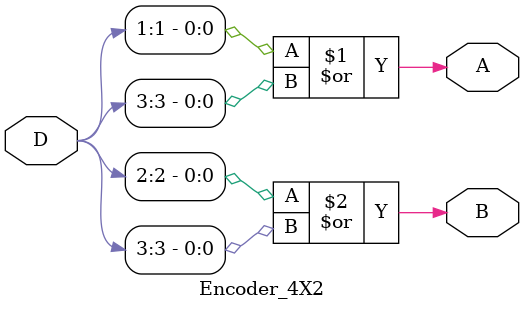
<source format=v>
module Encoder_4X2(A,B,D);
  input [0:3] D;
  output        A,B;
  
  
  or
  G1(A,D[1],D[3]),
  G2(B,D[2],D[3]);
  
endmodule
</source>
